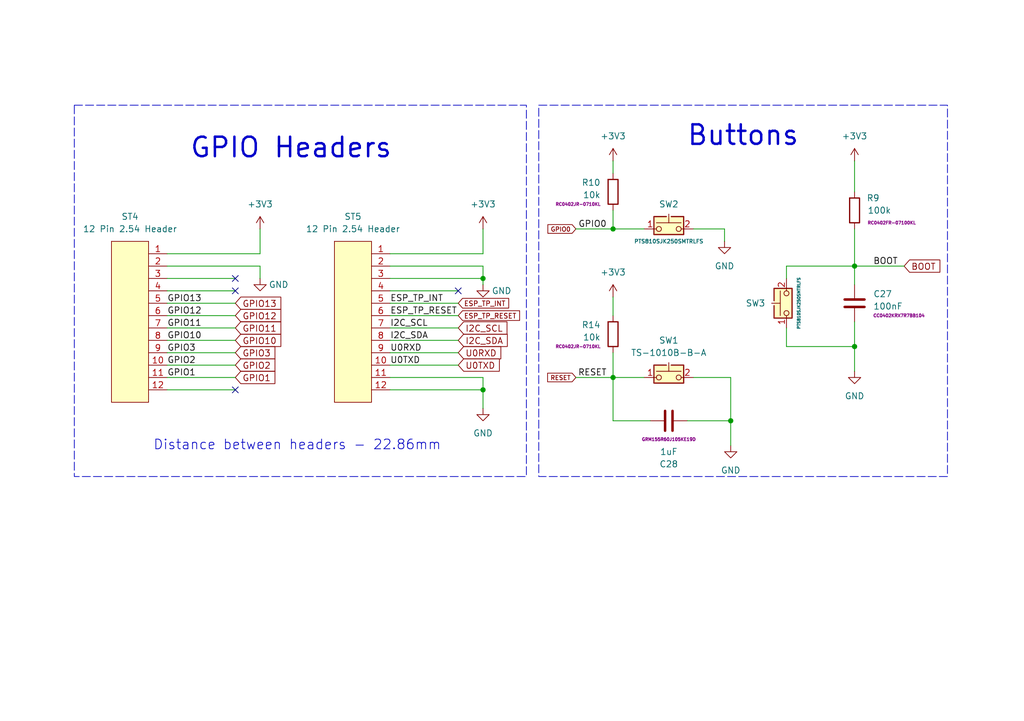
<source format=kicad_sch>
(kicad_sch (version 20250114) (generator "eeschema") (generator_version "9.0")
  (paper "A5")
  (lib_symbols
    (symbol "Project Buttons:PTS810SJK250SMTRLFS" (pin_names (offset 1.016) (hide yes))
      (property "Reference" "SW" (at 4.318 2.032 0))
      (property "Value" "PTS810SJK250SMTRLFS" (at 0 4.572 0))
      (symbol "PTS810SJK250SMTRLFS_0_1"
        (circle (center -2.032 0) (radius 0.508))
        (polyline (pts (xy 0 1.27) (xy 0 3.048)))
        (polyline (pts (xy 0.508 2.54) (xy 3.048 2.54) (xy 3.048 -1.143) (xy -3.048 -1.143) (xy -3.048 2.54) (xy -0.508 2.54)) (stroke (width -0.0254)))
        (polyline (pts (xy 0.508 2.54) (xy 3.048 2.54) (xy 3.048 -1.143) (xy -3.048 -1.143) (xy -3.048 2.54) (xy -0.508 2.54)) (stroke (width 0.254)))
        (circle (center 2.032 0) (radius 0.508))
        (polyline (pts (xy 2.54 1.27) (xy -2.54 1.27)))
        (pin passive line (at -5.08 0 0) (length 2.54) (name "1") (number "1"))
        (pin passive line (at 5.08 0 180) (length 2.54) (name "2") (number "2"))
      )
      (symbol "PTS810SJK250SMTRLFS_1_1"
        (rectangle (start -3.048 2.54) (end 3.048 -1.27) (stroke (width -0.0254)) (fill (type background)))
      )
    )
    (symbol "Project Buttons:TS-1010B-B-A" (pin_names (offset 1.016) (hide yes))
      (property "Reference" "SW" (at 4.318 2.032 0))
      (property "Value" "TS-1010B-B-A" (at 0 4.572 0))
      (symbol "TS-1010B-B-A_0_1"
        (circle (center -2.032 0) (radius 0.508))
        (polyline (pts (xy 0 1.27) (xy 0 3.048)))
        (polyline (pts (xy 0.508 2.54) (xy 3.048 2.54) (xy 3.048 -1.143) (xy -3.048 -1.143) (xy -3.048 2.54) (xy -0.508 2.54)) (stroke (width -0.0254)))
        (polyline (pts (xy 0.508 2.54) (xy 3.048 2.54) (xy 3.048 -1.143) (xy -3.048 -1.143) (xy -3.048 2.54) (xy -0.508 2.54)) (stroke (width 0.254)))
        (circle (center 2.032 0) (radius 0.508))
        (polyline (pts (xy 2.54 1.27) (xy -2.54 1.27)))
        (pin passive line (at -5.08 0 0) (length 2.54) (name "1") (number "1"))
        (pin passive line (at 5.08 0 180) (length 2.54) (name "2") (number "2"))
      )
      (symbol "TS-1010B-B-A_1_1"
        (rectangle (start -3.048 2.54) (end 3.048 -1.27) (stroke (width -0.0254)) (fill (type background)))
      )
    )
    (symbol "Project Capacitors:CC0402KRX7R7BB104" (pin_numbers (hide yes)) (pin_names (offset 0.254))
      (property "Reference" "C" (at 0.635 2.54 0))
      (property "Value" "100nF" (at 0.635 -2.54 0))
      (property "Footprint Name" "CC0402KRX7R7BB104" (at 6.35 -4.318 0))
      (symbol "CC0402KRX7R7BB104_0_1"
        (polyline (pts (xy -2.032 0.762) (xy 2.032 0.762)) (stroke (width 0.508)))
        (polyline (pts (xy -2.032 -0.762) (xy 2.032 -0.762)) (stroke (width 0.508)))
      )
      (symbol "CC0402KRX7R7BB104_1_1"
        (pin passive line (at 0 3.81 270) (length 2.794) (name "~") (number "1"))
        (pin passive line (at 0 -3.81 90) (length 2.794) (name "~") (number "2"))
      )
    )
    (symbol "Project Capacitors:GRM155R60J105KE19D" (pin_numbers (hide yes)) (pin_names (offset 0.254))
      (property "Reference" "C" (at 0.635 2.54 0))
      (property "Value" "1uF" (at 0.635 -2.54 0))
      (property "Footprint Name" "GRM155R60J105KE19D" (at 6.35 -4.318 0))
      (symbol "GRM155R60J105KE19D_0_1"
        (polyline (pts (xy -2.032 0.762) (xy 2.032 0.762)) (stroke (width 0.508)))
        (polyline (pts (xy -2.032 -0.762) (xy 2.032 -0.762)) (stroke (width 0.508)))
      )
      (symbol "GRM155R60J105KE19D_1_1"
        (pin passive line (at 0 3.81 270) (length 2.794) (name "~") (number "1"))
        (pin passive line (at 0 -3.81 90) (length 2.794) (name "~") (number "2"))
      )
    )
    (symbol "Project Connector:12P_2.54_X6511WV-12H-C60D30" (pin_names (offset 1.016) (hide yes))
      (property "Reference" "ST" (at -5.334 16.764 0))
      (property "Value" "12 Pin 2.54 Header" (at -2.032 -19.558 0))
      (symbol "12P_2.54_X6511WV-12H-C60D30_1_1"
        (rectangle (start -6.35 15.24) (end 1.27 -17.78) (fill (type background)))
        (pin passive line (at 5.08 12.7 180) (length 3.81) (name "Pin_1") (number "1"))
        (pin passive line (at 5.08 10.16 180) (length 3.81) (name "Pin_2") (number "2"))
        (pin passive line (at 5.08 7.62 180) (length 3.81) (name "Pin_3") (number "3"))
        (pin passive line (at 5.08 5.08 180) (length 3.81) (name "Pin_4") (number "4"))
        (pin passive line (at 5.08 2.54 180) (length 3.81) (name "Pin_5") (number "5"))
        (pin passive line (at 5.08 0 180) (length 3.81) (name "Pin_6") (number "6"))
        (pin passive line (at 5.08 -2.54 180) (length 3.81) (name "Pin_7") (number "7"))
        (pin passive line (at 5.08 -5.08 180) (length 3.81) (name "Pin_8") (number "8"))
        (pin passive line (at 5.08 -7.62 180) (length 3.81) (name "Pin_9") (number "9"))
        (pin passive line (at 5.08 -10.16 180) (length 3.81) (name "Pin_10") (number "10"))
        (pin passive line (at 5.08 -12.7 180) (length 3.81) (name "Pin_11") (number "11"))
        (pin passive line (at 5.08 -15.24 180) (length 3.81) (name "Pin_12") (number "12"))
      )
    )
    (symbol "Project_Resistors:RC0402FR-07100KL" (pin_numbers (hide yes)) (pin_names (offset 0))
      (property "Reference" "R" (at -0.508 2.286 0))
      (property "Value" "100k" (at 0 -2.54 0))
      (property "Footprint Name" "RC0402FR-07100KL" (at -0.254 -4.318 0))
      (symbol "RC0402FR-07100KL_0_1"
        (rectangle (start 2.54 1.016) (end -2.54 -1.016) (stroke (width 0.254)))
      )
      (symbol "RC0402FR-07100KL_1_1"
        (pin passive line (at -3.81 0 0) (length 1.27) (name "~") (number "1"))
        (pin passive line (at 3.81 0 180) (length 1.27) (name "~") (number "2"))
      )
    )
    (symbol "Project_Resistors:RC0402JR-0710KL" (pin_numbers (hide yes)) (pin_names (offset 0))
      (property "Reference" "R" (at 2.032 0 90))
      (property "Value" "10k" (at 0 0 90))
      (property "Footprint Name" "RC0402JR-0710KL" (at 4.064 0.254 90))
      (symbol "RC0402JR-0710KL_0_1"
        (rectangle (start -1.016 -2.54) (end 1.016 2.54) (stroke (width 0.254)))
      )
      (symbol "RC0402JR-0710KL_1_1"
        (pin passive line (at 0 3.81 270) (length 1.27) (name "~") (number "1"))
        (pin passive line (at 0 -3.81 90) (length 1.27) (name "~") (number "2"))
      )
    )
    (symbol "power:+3V3" (power) (pin_numbers (hide yes)) (pin_names (offset 0) (hide yes))
      (property "Value" "+3V3" (at 0 3.556 0))
      (symbol "+3V3_0_1"
        (polyline (pts (xy -0.762 1.27) (xy 0 2.54)))
        (polyline (pts (xy 0 2.54) (xy 0.762 1.27)))
        (polyline (pts (xy 0 0) (xy 0 2.54)))
      )
      (symbol "+3V3_1_1"
        (pin power_in line (at 0 0 90) (length 0) (name "~") (number "1"))
      )
    )
    (symbol "power:GND" (power) (pin_numbers (hide yes)) (pin_names (offset 0) (hide yes))
      (property "Value" "GND" (at 0 -3.81 0))
      (symbol "GND_0_1"
        (polyline (pts (xy 0 0) (xy 0 -1.27) (xy 1.27 -1.27) (xy 0 -2.54) (xy -1.27 -1.27) (xy 0 -1.27)))
      )
      (symbol "GND_1_1"
        (pin power_in line (at 0 0 270) (length 0) (name "~") (number "1"))
      )
    )
  )
  (rectangle (start 15.24 21.59) (end 107.95 97.79) (stroke (width 0) (type dash)))
  (rectangle (start 110.49 21.59) (end 194.31 97.79) (stroke (width 0) (type dash)))
  (text "Distance between headers - 22.86mm" (at 60.96 91.44 0) (effects (font (size 2 2))))
  (text "Buttons" (at 152.4 27.94 0) (effects (font (size 4 4) (thickness 0.5))))
  (text "GPIO Headers" (at 59.69 30.48 0) (effects (font (size 4 4) (thickness 0.5))))
  (junction (at 175.26 71.12))
  (junction (at 99.06 80.01))
  (junction (at 149.86 86.36))
  (junction (at 175.26 54.61))
  (junction (at 125.73 77.47))
  (junction (at 125.73 46.99))
  (junction (at 99.06 57.15))
  (no_connect (at 48.26 80.01))
  (no_connect (at 48.26 57.15))
  (no_connect (at 93.98 59.69))
  (no_connect (at 48.26 59.69))
  (wire (pts (xy 34.29 62.23) (xy 48.26 62.23)))
  (wire (pts (xy 125.73 77.47) (xy 125.73 86.36)))
  (wire (pts (xy 175.26 71.12) (xy 175.26 76.2)))
  (wire (pts (xy 148.59 49.53) (xy 148.59 46.99)))
  (wire (pts (xy 149.86 77.47) (xy 149.86 86.36)))
  (wire (pts (xy 80.01 77.47) (xy 99.06 77.47)))
  (wire (pts (xy 34.29 72.39) (xy 48.26 72.39)))
  (wire (pts (xy 53.34 52.07) (xy 53.34 46.99)))
  (wire (pts (xy 80.01 74.93) (xy 93.98 74.93)))
  (wire (pts (xy 99.06 58.42) (xy 99.06 57.15)))
  (wire (pts (xy 125.73 33.02) (xy 125.73 35.56)))
  (wire (pts (xy 34.29 80.01) (xy 48.26 80.01)))
  (wire (pts (xy 34.29 67.31) (xy 48.26 67.31)))
  (wire (pts (xy 175.26 54.61) (xy 185.42 54.61)))
  (wire (pts (xy 175.26 33.02) (xy 175.26 39.37)))
  (wire (pts (xy 175.26 71.12) (xy 161.29 71.12)))
  (wire (pts (xy 161.29 67.31) (xy 161.29 71.12)))
  (wire (pts (xy 175.26 54.61) (xy 175.26 58.42)))
  (wire (pts (xy 34.29 74.93) (xy 48.26 74.93)))
  (wire (pts (xy 34.29 52.07) (xy 53.34 52.07)))
  (wire (pts (xy 125.73 77.47) (xy 132.08 77.47)))
  (wire (pts (xy 175.26 46.99) (xy 175.26 54.61)))
  (wire (pts (xy 142.24 77.47) (xy 149.86 77.47)))
  (wire (pts (xy 34.29 59.69) (xy 48.26 59.69)))
  (wire (pts (xy 34.29 69.85) (xy 48.26 69.85)))
  (wire (pts (xy 80.01 80.01) (xy 99.06 80.01)))
  (wire (pts (xy 142.24 46.99) (xy 148.59 46.99)))
  (wire (pts (xy 99.06 52.07) (xy 99.06 46.99)))
  (wire (pts (xy 125.73 43.18) (xy 125.73 46.99)))
  (wire (pts (xy 149.86 86.36) (xy 140.97 86.36)))
  (wire (pts (xy 80.01 59.69) (xy 93.98 59.69)))
  (wire (pts (xy 34.29 77.47) (xy 48.26 77.47)))
  (wire (pts (xy 161.29 54.61) (xy 161.29 57.15)))
  (wire (pts (xy 80.01 72.39) (xy 93.98 72.39)))
  (wire (pts (xy 34.29 54.61) (xy 53.34 54.61)))
  (wire (pts (xy 118.11 77.47) (xy 125.73 77.47)))
  (wire (pts (xy 118.11 46.99) (xy 125.73 46.99)))
  (wire (pts (xy 80.01 62.23) (xy 93.98 62.23)))
  (wire (pts (xy 175.26 66.04) (xy 175.26 71.12)))
  (wire (pts (xy 80.01 54.61) (xy 99.06 54.61)))
  (wire (pts (xy 80.01 57.15) (xy 99.06 57.15)))
  (wire (pts (xy 99.06 80.01) (xy 99.06 83.82)))
  (wire (pts (xy 125.73 86.36) (xy 133.35 86.36)))
  (wire (pts (xy 80.01 67.31) (xy 93.98 67.31)))
  (wire (pts (xy 99.06 54.61) (xy 99.06 57.15)))
  (wire (pts (xy 125.73 72.39) (xy 125.73 77.47)))
  (wire (pts (xy 80.01 69.85) (xy 93.98 69.85)))
  (wire (pts (xy 99.06 77.47) (xy 99.06 80.01)))
  (wire (pts (xy 80.01 52.07) (xy 99.06 52.07)))
  (wire (pts (xy 125.73 60.96) (xy 125.73 64.77)))
  (wire (pts (xy 34.29 64.77) (xy 48.26 64.77)))
  (wire (pts (xy 80.01 64.77) (xy 93.98 64.77)))
  (wire (pts (xy 53.34 57.15) (xy 53.34 54.61)))
  (wire (pts (xy 161.29 54.61) (xy 175.26 54.61)))
  (wire (pts (xy 125.73 46.99) (xy 132.08 46.99)))
  (wire (pts (xy 34.29 57.15) (xy 48.26 57.15)))
  (wire (pts (xy 149.86 91.44) (xy 149.86 86.36)))
  (label "BOOT" (at 179.07 54.61 0))
  (label "I2C_SCL" (at 80.01 67.31 0))
  (label "GPIO0" (at 124.46 46.99 180))
  (label "RESET" (at 124.46 77.47 180))
  (label "GPIO11" (at 34.29 67.31 0))
  (label "I2C_SDA" (at 80.01 69.85 0))
  (label "GPIO1" (at 34.29 77.47 0))
  (label "ESP_TP_INT" (at 80.01 62.23 0))
  (label "GPIO2" (at 34.29 74.93 0))
  (label "GPIO12" (at 34.29 64.77 0))
  (label "U0TXD" (at 80.01 74.93 0))
  (label "GPIO3" (at 34.29 72.39 0))
  (label "ESP_TP_RESET" (at 80.01 64.77 0))
  (label "GPIO13" (at 34.29 62.23 0))
  (label "U0RXD" (at 80.01 72.39 0))
  (label "GPIO10" (at 34.29 69.85 0))
  (global_label "GPIO12" (shape input) (at 48.26 64.77 0) (property "Intersheetrefs" "${INTERSHEET_REFS}" (effects (hide yes))))
  (global_label "GPIO1" (shape input) (at 48.26 77.47 0) (property "Intersheetrefs" "${INTERSHEET_REFS}" (effects (hide yes))))
  (global_label "ESP_TP_INT" (shape input) (at 93.98 62.23 0) (effects (font (size 1 1))) (property "Intersheetrefs" "${INTERSHEET_REFS}" (effects (hide yes))))
  (global_label "I2C_SCL" (shape input) (at 93.98 67.31 0) (property "Intersheetrefs" "${INTERSHEET_REFS}" (effects (hide yes))))
  (global_label "BOOT" (shape input) (at 185.42 54.61 0) (property "Intersheetrefs" "${INTERSHEET_REFS}" (effects (hide yes))))
  (global_label "GPIO10" (shape input) (at 48.26 69.85 0) (property "Intersheetrefs" "${INTERSHEET_REFS}" (effects (hide yes))))
  (global_label "U0RXD" (shape input) (at 93.98 72.39 0) (property "Intersheetrefs" "${INTERSHEET_REFS}" (effects (hide yes))))
  (global_label "RESET" (shape input) (at 118.11 77.47 180) (effects (font (size 0.9 0.9))) (property "Intersheetrefs" "${INTERSHEET_REFS}" (effects (hide yes))))
  (global_label "ESP_TP_RESET" (shape input) (at 93.98 64.77 0) (effects (font (size 1 1))) (property "Intersheetrefs" "${INTERSHEET_REFS}" (effects (hide yes))))
  (global_label "GPIO0" (shape input) (at 118.11 46.99 180) (effects (font (size 0.9 0.9))) (property "Intersheetrefs" "${INTERSHEET_REFS}" (effects (hide yes))))
  (global_label "GPIO3" (shape input) (at 48.26 72.39 0) (property "Intersheetrefs" "${INTERSHEET_REFS}" (effects (hide yes))))
  (global_label "I2C_SDA" (shape input) (at 93.98 69.85 0) (property "Intersheetrefs" "${INTERSHEET_REFS}" (effects (hide yes))))
  (global_label "GPIO13" (shape input) (at 48.26 62.23 0) (property "Intersheetrefs" "${INTERSHEET_REFS}" (effects (hide yes))))
  (global_label "GPIO11" (shape input) (at 48.26 67.31 0) (property "Intersheetrefs" "${INTERSHEET_REFS}" (effects (hide yes))))
  (global_label "U0TXD" (shape input) (at 93.98 74.93 0) (property "Intersheetrefs" "${INTERSHEET_REFS}" (effects (hide yes))))
  (global_label "GPIO2" (shape input) (at 48.26 74.93 0) (property "Intersheetrefs" "${INTERSHEET_REFS}" (effects (hide yes))))
  (symbol (lib_id "power:GND") (at 99.06 83.82 0) (unit 1)
    (property "Reference" "#PWR034" (effects (hide yes)))
    (property "Value" "GND" (at 99.06 88.9 0))
    (property "Description" "Power symbol creates a global label with name \"GND\" , ground" (effects (hide yes)))
  )
  (symbol (lib_id "power:GND") (at 149.86 91.44 0) (unit 1)
    (property "Reference" "#PWR042" (effects (hide yes)))
    (property "Value" "GND" (at 149.86 96.52 0))
    (property "Description" "Power symbol creates a global label with name \"GND\" , ground" (effects (hide yes)))
  )
  (symbol (lib_id "Project Connector:12P_2.54_X6511WV-12H-C60D30") (at 29.21 64.77 0) (unit 1)
    (property "Reference" "ST4" (at 26.67 44.45 0))
    (property "Value" "12 Pin 2.54 Header" (at 26.67 46.99 0))
    (property "Footprint" "12P_2.54_X6511WV-12H-C60D30:X6511WV-12H-C60D30" (effects (hide yes)))
    (property "Description" "Generic connector, single row, 01x12, script generated" (effects (hide yes)))
  )
  (symbol (lib_id "Project_Resistors:RC0402JR-0710KL") (at 125.73 39.37 0) (mirror x) (unit 1)
    (property "Reference" "R10" (at 123.19 37.4649 0) (effects (justify right)))
    (property "Value" "10k" (at 123.19 40.0049 0) (effects (justify right)))
    (property "Footprint" "RC0402JR-0710KL:RC0402JR-0710KL" (effects (hide yes)))
    (property "Description" "Resistor" (effects (hide yes)))
    (property "Footprint Name" "RC0402JR-0710KL" (at 123.19 41.91 0) (effects (font (size 0.635 0.635)) (justify right)))
  )
  (symbol (lib_id "Project Connector:12P_2.54_X6511WV-12H-C60D30") (at 74.93 64.77 0) (unit 1)
    (property "Reference" "ST5" (at 72.39 44.45 0))
    (property "Value" "12 Pin 2.54 Header" (at 72.39 46.99 0))
    (property "Footprint" "12P_2.54_X6511WV-12H-C60D30:X6511WV-12H-C60D30" (effects (hide yes)))
    (property "Description" "Generic connector, single row, 01x12, script generated" (effects (hide yes)))
  )
  (symbol (lib_id "power:GND") (at 175.26 76.2 0) (unit 1)
    (property "Reference" "#PWR041" (effects (hide yes)))
    (property "Value" "GND" (at 175.26 81.28 0))
    (property "Description" "Power symbol creates a global label with name \"GND\" , ground" (effects (hide yes)))
  )
  (symbol (lib_id "power:GND") (at 99.06 58.42 0) (unit 1)
    (property "Reference" "#PWR035" (effects (hide yes)))
    (property "Value" "GND" (at 102.87 59.69 0))
    (property "Description" "Power symbol creates a global label with name \"GND\" , ground" (effects (hide yes)))
  )
  (symbol (lib_id "power:GND") (at 148.59 49.53 0) (unit 1)
    (property "Reference" "#PWR043" (effects (hide yes)))
    (property "Value" "GND" (at 148.59 54.61 0))
    (property "Description" "Power symbol creates a global label with name \"GND\" , ground" (effects (hide yes)))
  )
  (symbol (lib_id "power:+3V3") (at 99.06 46.99 0) (unit 1)
    (property "Reference" "#PWR033" (effects (hide yes)))
    (property "Value" "+3V3" (at 99.06 41.91 0))
    (property "Description" "Power symbol creates a global label with name \"+3V3\"" (effects (hide yes)))
  )
  (symbol (lib_id "Project Buttons:PTS810SJK250SMTRLFS") (at 137.16 46.99 0) (unit 1)
    (property "Reference" "SW2" (at 137.16 41.91 0))
    (property "Value" "PTS810SJK250SMTRLFS" (at 137.16 49.53 0) (effects (font (size 0.8 0.8))))
    (property "Footprint" "PTS810SJK250SMTRLFS:PTS810SJG250SMTRLFS" (effects (hide yes)))
    (property "Datasheet" "https://www.ckswitches.com/media/1482/kms.pdf" (effects (hide yes)))
    (property "Description" "Microminiature SMT Side Actuated, 4.2 x 2.8 x 1.42mm, with pegs, with shield pin" (effects (hide yes)))
  )
  (symbol (lib_id "power:+3V3") (at 53.34 46.99 0) (unit 1)
    (property "Reference" "#PWR036" (effects (hide yes)))
    (property "Value" "+3V3" (at 53.34 41.91 0))
    (property "Description" "Power symbol creates a global label with name \"+3V3\"" (effects (hide yes)))
  )
  (symbol (lib_id "power:+3V3") (at 125.73 60.96 0) (unit 1)
    (property "Reference" "#PWR040" (effects (hide yes)))
    (property "Value" "+3V3" (at 125.73 55.88 0))
    (property "Description" "Power symbol creates a global label with name \"+3V3\"" (effects (hide yes)))
  )
  (symbol (lib_id "Project Capacitors:GRM155R60J105KE19D") (at 137.16 86.36 90) (mirror x) (unit 1)
    (property "Reference" "C28" (at 137.16 95.25 90))
    (property "Value" "1uF" (at 137.16 92.71 90))
    (property "Footprint" "GRM155R60J105KE19D:CAPC1005X55N" (effects (hide yes)))
    (property "Description" "Unpolarized capacitor" (effects (hide yes)))
    (property "Footprint Name" "GRM155R60J105KE19D" (at 137.16 90.17 90) (effects (font (size 0.635 0.635))))
  )
  (symbol (lib_id "Project Buttons:TS-1010B-B-A") (at 137.16 77.47 0) (unit 1)
    (property "Reference" "SW1" (at 137.16 69.85 0))
    (property "Value" "TS-1010B-B-A" (at 137.16 72.39 0))
    (property "Footprint" "TS-1010B-B-A:SW_010B-B-A_XKB" (effects (hide yes)))
    (property "Datasheet" "https://www.ckswitches.com/media/1482/kms.pdf" (effects (hide yes)))
    (property "Description" "Microminiature SMT Side Actuated, 4.2 x 2.8 x 1.42mm, with pegs, with shield pin" (effects (hide yes)))
  )
  (symbol (lib_id "Project Buttons:PTS810SJK250SMTRLFS") (at 161.29 62.23 90) (unit 1)
    (property "Reference" "SW3" (at 154.94 62.23 90))
    (property "Value" "PTS810SJK250SMTRLFS" (at 163.83 62.23 0) (effects (font (size 0.6 0.6))))
    (property "Footprint" "PTS810SJK250SMTRLFS:PTS810SJG250SMTRLFS" (effects (hide yes)))
    (property "Datasheet" "https://www.ckswitches.com/media/1482/kms.pdf" (effects (hide yes)))
    (property "Description" "Microminiature SMT Side Actuated, 4.2 x 2.8 x 1.42mm, with pegs, with shield pin" (effects (hide yes)))
  )
  (symbol (lib_id "Project_Resistors:RC0402JR-0710KL") (at 125.73 68.58 0) (mirror x) (unit 1)
    (property "Reference" "R14" (at 123.19 66.6749 0) (effects (justify right)))
    (property "Value" "10k" (at 123.19 69.2149 0) (effects (justify right)))
    (property "Footprint" "RC0402JR-0710KL:RC0402JR-0710KL" (effects (hide yes)))
    (property "Description" "Resistor" (effects (hide yes)))
    (property "Footprint Name" "RC0402JR-0710KL" (at 123.19 71.12 0) (effects (font (size 0.635 0.635)) (justify right)))
  )
  (symbol (lib_id "Project Capacitors:CC0402KRX7R7BB104") (at 175.26 62.23 0) (unit 1)
    (property "Reference" "C27" (at 179.07 60.3249 0) (effects (justify left)))
    (property "Value" "100nF" (at 179.07 62.8649 0) (effects (justify left)))
    (property "Footprint" "CC0402KRX7R7BB104:CAPC1005X55N" (effects (hide yes)))
    (property "Description" "Unpolarized capacitor" (effects (hide yes)))
    (property "Footprint Name" "CC0402KRX7R7BB104" (at 179.07 64.77 0) (effects (font (size 0.635 0.635)) (justify left)))
  )
  (symbol (lib_id "power:+3V3") (at 125.73 33.02 0) (unit 1)
    (property "Reference" "#PWR038" (effects (hide yes)))
    (property "Value" "+3V3" (at 125.73 27.94 0))
    (property "Description" "Power symbol creates a global label with name \"+3V3\"" (effects (hide yes)))
  )
  (symbol (lib_id "power:+3V3") (at 175.26 33.02 0) (unit 1)
    (property "Reference" "#PWR039" (effects (hide yes)))
    (property "Value" "+3V3" (at 175.26 27.94 0))
    (property "Description" "Power symbol creates a global label with name \"+3V3\"" (effects (hide yes)))
  )
  (symbol (lib_id "power:GND") (at 53.34 57.15 0) (unit 1)
    (property "Reference" "#PWR037" (effects (hide yes)))
    (property "Value" "GND" (at 57.15 58.42 0))
    (property "Description" "Power symbol creates a global label with name \"GND\" , ground" (effects (hide yes)))
  )
  (symbol (lib_id "Project_Resistors:RC0402FR-07100KL") (at 175.26 43.18 270) (mirror x) (unit 1)
    (property "Reference" "R9" (at 179.07 40.64 90))
    (property "Value" "100k" (at 180.34 43.18 90))
    (property "Footprint" "RC0402FR-07100KL:RC0402FR-07100KL" (effects (hide yes)))
    (property "Description" "Resistor" (effects (hide yes)))
    (property "Footprint Name" "RC0402FR-07100KL" (at 182.88 45.72 90) (effects (font (size 0.635 0.635))))
  )
)
</source>
